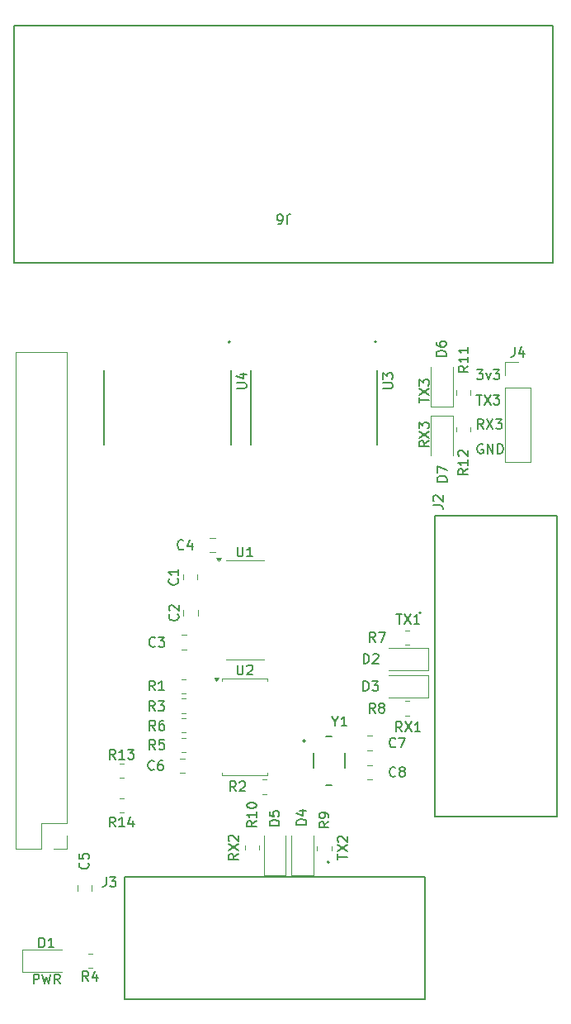
<source format=gbr>
%TF.GenerationSoftware,KiCad,Pcbnew,9.0.0*%
%TF.CreationDate,2025-04-07T11:56:22-06:00*%
%TF.ProjectId,Senior Capstone,53656e69-6f72-4204-9361-7073746f6e65,4*%
%TF.SameCoordinates,Original*%
%TF.FileFunction,Legend,Top*%
%TF.FilePolarity,Positive*%
%FSLAX46Y46*%
G04 Gerber Fmt 4.6, Leading zero omitted, Abs format (unit mm)*
G04 Created by KiCad (PCBNEW 9.0.0) date 2025-04-07 11:56:22*
%MOMM*%
%LPD*%
G01*
G04 APERTURE LIST*
%ADD10C,0.150000*%
%ADD11C,0.120000*%
%ADD12C,0.127000*%
%ADD13C,0.200000*%
%ADD14C,0.152400*%
G04 APERTURE END LIST*
D10*
X168053888Y-77597488D02*
X167958650Y-77549869D01*
X167958650Y-77549869D02*
X167815793Y-77549869D01*
X167815793Y-77549869D02*
X167672936Y-77597488D01*
X167672936Y-77597488D02*
X167577698Y-77692726D01*
X167577698Y-77692726D02*
X167530079Y-77787964D01*
X167530079Y-77787964D02*
X167482460Y-77978440D01*
X167482460Y-77978440D02*
X167482460Y-78121297D01*
X167482460Y-78121297D02*
X167530079Y-78311773D01*
X167530079Y-78311773D02*
X167577698Y-78407011D01*
X167577698Y-78407011D02*
X167672936Y-78502250D01*
X167672936Y-78502250D02*
X167815793Y-78549869D01*
X167815793Y-78549869D02*
X167911031Y-78549869D01*
X167911031Y-78549869D02*
X168053888Y-78502250D01*
X168053888Y-78502250D02*
X168101507Y-78454630D01*
X168101507Y-78454630D02*
X168101507Y-78121297D01*
X168101507Y-78121297D02*
X167911031Y-78121297D01*
X168530079Y-78549869D02*
X168530079Y-77549869D01*
X168530079Y-77549869D02*
X169101507Y-78549869D01*
X169101507Y-78549869D02*
X169101507Y-77549869D01*
X169577698Y-78549869D02*
X169577698Y-77549869D01*
X169577698Y-77549869D02*
X169815793Y-77549869D01*
X169815793Y-77549869D02*
X169958650Y-77597488D01*
X169958650Y-77597488D02*
X170053888Y-77692726D01*
X170053888Y-77692726D02*
X170101507Y-77787964D01*
X170101507Y-77787964D02*
X170149126Y-77978440D01*
X170149126Y-77978440D02*
X170149126Y-78121297D01*
X170149126Y-78121297D02*
X170101507Y-78311773D01*
X170101507Y-78311773D02*
X170053888Y-78407011D01*
X170053888Y-78407011D02*
X169958650Y-78502250D01*
X169958650Y-78502250D02*
X169815793Y-78549869D01*
X169815793Y-78549869D02*
X169577698Y-78549869D01*
X142949319Y-119567242D02*
X142473128Y-119900575D01*
X142949319Y-120138670D02*
X141949319Y-120138670D01*
X141949319Y-120138670D02*
X141949319Y-119757718D01*
X141949319Y-119757718D02*
X141996938Y-119662480D01*
X141996938Y-119662480D02*
X142044557Y-119614861D01*
X142044557Y-119614861D02*
X142139795Y-119567242D01*
X142139795Y-119567242D02*
X142282652Y-119567242D01*
X142282652Y-119567242D02*
X142377890Y-119614861D01*
X142377890Y-119614861D02*
X142425509Y-119662480D01*
X142425509Y-119662480D02*
X142473128Y-119757718D01*
X142473128Y-119757718D02*
X142473128Y-120138670D01*
X141949319Y-119233908D02*
X142949319Y-118567242D01*
X141949319Y-118567242D02*
X142949319Y-119233908D01*
X142044557Y-118233908D02*
X141996938Y-118186289D01*
X141996938Y-118186289D02*
X141949319Y-118091051D01*
X141949319Y-118091051D02*
X141949319Y-117852956D01*
X141949319Y-117852956D02*
X141996938Y-117757718D01*
X141996938Y-117757718D02*
X142044557Y-117710099D01*
X142044557Y-117710099D02*
X142139795Y-117662480D01*
X142139795Y-117662480D02*
X142235033Y-117662480D01*
X142235033Y-117662480D02*
X142377890Y-117710099D01*
X142377890Y-117710099D02*
X142949319Y-118281527D01*
X142949319Y-118281527D02*
X142949319Y-117662480D01*
X162507319Y-77250842D02*
X162031128Y-77584175D01*
X162507319Y-77822270D02*
X161507319Y-77822270D01*
X161507319Y-77822270D02*
X161507319Y-77441318D01*
X161507319Y-77441318D02*
X161554938Y-77346080D01*
X161554938Y-77346080D02*
X161602557Y-77298461D01*
X161602557Y-77298461D02*
X161697795Y-77250842D01*
X161697795Y-77250842D02*
X161840652Y-77250842D01*
X161840652Y-77250842D02*
X161935890Y-77298461D01*
X161935890Y-77298461D02*
X161983509Y-77346080D01*
X161983509Y-77346080D02*
X162031128Y-77441318D01*
X162031128Y-77441318D02*
X162031128Y-77822270D01*
X161507319Y-76917508D02*
X162507319Y-76250842D01*
X161507319Y-76250842D02*
X162507319Y-76917508D01*
X161507319Y-75965127D02*
X161507319Y-75346080D01*
X161507319Y-75346080D02*
X161888271Y-75679413D01*
X161888271Y-75679413D02*
X161888271Y-75536556D01*
X161888271Y-75536556D02*
X161935890Y-75441318D01*
X161935890Y-75441318D02*
X161983509Y-75393699D01*
X161983509Y-75393699D02*
X162078747Y-75346080D01*
X162078747Y-75346080D02*
X162316842Y-75346080D01*
X162316842Y-75346080D02*
X162412080Y-75393699D01*
X162412080Y-75393699D02*
X162459700Y-75441318D01*
X162459700Y-75441318D02*
X162507319Y-75536556D01*
X162507319Y-75536556D02*
X162507319Y-75822270D01*
X162507319Y-75822270D02*
X162459700Y-75917508D01*
X162459700Y-75917508D02*
X162412080Y-75965127D01*
X153150719Y-120129127D02*
X153150719Y-119557699D01*
X154150719Y-119843413D02*
X153150719Y-119843413D01*
X153150719Y-119319603D02*
X154150719Y-118652937D01*
X153150719Y-118652937D02*
X154150719Y-119319603D01*
X153245957Y-118319603D02*
X153198338Y-118271984D01*
X153198338Y-118271984D02*
X153150719Y-118176746D01*
X153150719Y-118176746D02*
X153150719Y-117938651D01*
X153150719Y-117938651D02*
X153198338Y-117843413D01*
X153198338Y-117843413D02*
X153245957Y-117795794D01*
X153245957Y-117795794D02*
X153341195Y-117748175D01*
X153341195Y-117748175D02*
X153436433Y-117748175D01*
X153436433Y-117748175D02*
X153579290Y-117795794D01*
X153579290Y-117795794D02*
X154150719Y-118367222D01*
X154150719Y-118367222D02*
X154150719Y-117748175D01*
X159735707Y-107035669D02*
X159402374Y-106559478D01*
X159164279Y-107035669D02*
X159164279Y-106035669D01*
X159164279Y-106035669D02*
X159545231Y-106035669D01*
X159545231Y-106035669D02*
X159640469Y-106083288D01*
X159640469Y-106083288D02*
X159688088Y-106130907D01*
X159688088Y-106130907D02*
X159735707Y-106226145D01*
X159735707Y-106226145D02*
X159735707Y-106369002D01*
X159735707Y-106369002D02*
X159688088Y-106464240D01*
X159688088Y-106464240D02*
X159640469Y-106511859D01*
X159640469Y-106511859D02*
X159545231Y-106559478D01*
X159545231Y-106559478D02*
X159164279Y-106559478D01*
X160069041Y-106035669D02*
X160735707Y-107035669D01*
X160735707Y-106035669D02*
X160069041Y-107035669D01*
X161640469Y-107035669D02*
X161069041Y-107035669D01*
X161354755Y-107035669D02*
X161354755Y-106035669D01*
X161354755Y-106035669D02*
X161259517Y-106178526D01*
X161259517Y-106178526D02*
X161164279Y-106273764D01*
X161164279Y-106273764D02*
X161069041Y-106321383D01*
X167434841Y-69929869D02*
X168053888Y-69929869D01*
X168053888Y-69929869D02*
X167720555Y-70310821D01*
X167720555Y-70310821D02*
X167863412Y-70310821D01*
X167863412Y-70310821D02*
X167958650Y-70358440D01*
X167958650Y-70358440D02*
X168006269Y-70406059D01*
X168006269Y-70406059D02*
X168053888Y-70501297D01*
X168053888Y-70501297D02*
X168053888Y-70739392D01*
X168053888Y-70739392D02*
X168006269Y-70834630D01*
X168006269Y-70834630D02*
X167958650Y-70882250D01*
X167958650Y-70882250D02*
X167863412Y-70929869D01*
X167863412Y-70929869D02*
X167577698Y-70929869D01*
X167577698Y-70929869D02*
X167482460Y-70882250D01*
X167482460Y-70882250D02*
X167434841Y-70834630D01*
X168387222Y-70263202D02*
X168625317Y-70929869D01*
X168625317Y-70929869D02*
X168863412Y-70263202D01*
X169149127Y-69929869D02*
X169768174Y-69929869D01*
X169768174Y-69929869D02*
X169434841Y-70310821D01*
X169434841Y-70310821D02*
X169577698Y-70310821D01*
X169577698Y-70310821D02*
X169672936Y-70358440D01*
X169672936Y-70358440D02*
X169720555Y-70406059D01*
X169720555Y-70406059D02*
X169768174Y-70501297D01*
X169768174Y-70501297D02*
X169768174Y-70739392D01*
X169768174Y-70739392D02*
X169720555Y-70834630D01*
X169720555Y-70834630D02*
X169672936Y-70882250D01*
X169672936Y-70882250D02*
X169577698Y-70929869D01*
X169577698Y-70929869D02*
X169291984Y-70929869D01*
X169291984Y-70929869D02*
X169196746Y-70882250D01*
X169196746Y-70882250D02*
X169149127Y-70834630D01*
X168101507Y-76009869D02*
X167768174Y-75533678D01*
X167530079Y-76009869D02*
X167530079Y-75009869D01*
X167530079Y-75009869D02*
X167911031Y-75009869D01*
X167911031Y-75009869D02*
X168006269Y-75057488D01*
X168006269Y-75057488D02*
X168053888Y-75105107D01*
X168053888Y-75105107D02*
X168101507Y-75200345D01*
X168101507Y-75200345D02*
X168101507Y-75343202D01*
X168101507Y-75343202D02*
X168053888Y-75438440D01*
X168053888Y-75438440D02*
X168006269Y-75486059D01*
X168006269Y-75486059D02*
X167911031Y-75533678D01*
X167911031Y-75533678D02*
X167530079Y-75533678D01*
X168434841Y-75009869D02*
X169101507Y-76009869D01*
X169101507Y-75009869D02*
X168434841Y-76009869D01*
X169387222Y-75009869D02*
X170006269Y-75009869D01*
X170006269Y-75009869D02*
X169672936Y-75390821D01*
X169672936Y-75390821D02*
X169815793Y-75390821D01*
X169815793Y-75390821D02*
X169911031Y-75438440D01*
X169911031Y-75438440D02*
X169958650Y-75486059D01*
X169958650Y-75486059D02*
X170006269Y-75581297D01*
X170006269Y-75581297D02*
X170006269Y-75819392D01*
X170006269Y-75819392D02*
X169958650Y-75914630D01*
X169958650Y-75914630D02*
X169911031Y-75962250D01*
X169911031Y-75962250D02*
X169815793Y-76009869D01*
X169815793Y-76009869D02*
X169530079Y-76009869D01*
X169530079Y-76009869D02*
X169434841Y-75962250D01*
X169434841Y-75962250D02*
X169387222Y-75914630D01*
X167387222Y-72536325D02*
X167958650Y-72536325D01*
X167672936Y-73536325D02*
X167672936Y-72536325D01*
X168196746Y-72536325D02*
X168863412Y-73536325D01*
X168863412Y-72536325D02*
X168196746Y-73536325D01*
X169149127Y-72536325D02*
X169768174Y-72536325D01*
X169768174Y-72536325D02*
X169434841Y-72917277D01*
X169434841Y-72917277D02*
X169577698Y-72917277D01*
X169577698Y-72917277D02*
X169672936Y-72964896D01*
X169672936Y-72964896D02*
X169720555Y-73012515D01*
X169720555Y-73012515D02*
X169768174Y-73107753D01*
X169768174Y-73107753D02*
X169768174Y-73345848D01*
X169768174Y-73345848D02*
X169720555Y-73441086D01*
X169720555Y-73441086D02*
X169672936Y-73488706D01*
X169672936Y-73488706D02*
X169577698Y-73536325D01*
X169577698Y-73536325D02*
X169291984Y-73536325D01*
X169291984Y-73536325D02*
X169196746Y-73488706D01*
X169196746Y-73488706D02*
X169149127Y-73441086D01*
X159173822Y-94986669D02*
X159745250Y-94986669D01*
X159459536Y-95986669D02*
X159459536Y-94986669D01*
X159983346Y-94986669D02*
X160650012Y-95986669D01*
X160650012Y-94986669D02*
X159983346Y-95986669D01*
X161554774Y-95986669D02*
X160983346Y-95986669D01*
X161269060Y-95986669D02*
X161269060Y-94986669D01*
X161269060Y-94986669D02*
X161173822Y-95129526D01*
X161173822Y-95129526D02*
X161078584Y-95224764D01*
X161078584Y-95224764D02*
X160983346Y-95272383D01*
X161532719Y-73342327D02*
X161532719Y-72770899D01*
X162532719Y-73056613D02*
X161532719Y-73056613D01*
X161532719Y-72532803D02*
X162532719Y-71866137D01*
X161532719Y-71866137D02*
X162532719Y-72532803D01*
X161532719Y-71580422D02*
X161532719Y-70961375D01*
X161532719Y-70961375D02*
X161913671Y-71294708D01*
X161913671Y-71294708D02*
X161913671Y-71151851D01*
X161913671Y-71151851D02*
X161961290Y-71056613D01*
X161961290Y-71056613D02*
X162008909Y-71008994D01*
X162008909Y-71008994D02*
X162104147Y-70961375D01*
X162104147Y-70961375D02*
X162342242Y-70961375D01*
X162342242Y-70961375D02*
X162437480Y-71008994D01*
X162437480Y-71008994D02*
X162485100Y-71056613D01*
X162485100Y-71056613D02*
X162532719Y-71151851D01*
X162532719Y-71151851D02*
X162532719Y-71437565D01*
X162532719Y-71437565D02*
X162485100Y-71532803D01*
X162485100Y-71532803D02*
X162437480Y-71580422D01*
X121951979Y-132864219D02*
X121951979Y-131864219D01*
X121951979Y-131864219D02*
X122332931Y-131864219D01*
X122332931Y-131864219D02*
X122428169Y-131911838D01*
X122428169Y-131911838D02*
X122475788Y-131959457D01*
X122475788Y-131959457D02*
X122523407Y-132054695D01*
X122523407Y-132054695D02*
X122523407Y-132197552D01*
X122523407Y-132197552D02*
X122475788Y-132292790D01*
X122475788Y-132292790D02*
X122428169Y-132340409D01*
X122428169Y-132340409D02*
X122332931Y-132388028D01*
X122332931Y-132388028D02*
X121951979Y-132388028D01*
X122856741Y-131864219D02*
X123094836Y-132864219D01*
X123094836Y-132864219D02*
X123285312Y-132149933D01*
X123285312Y-132149933D02*
X123475788Y-132864219D01*
X123475788Y-132864219D02*
X123713884Y-131864219D01*
X124666264Y-132864219D02*
X124332931Y-132388028D01*
X124094836Y-132864219D02*
X124094836Y-131864219D01*
X124094836Y-131864219D02*
X124475788Y-131864219D01*
X124475788Y-131864219D02*
X124571026Y-131911838D01*
X124571026Y-131911838D02*
X124618645Y-131959457D01*
X124618645Y-131959457D02*
X124666264Y-132054695D01*
X124666264Y-132054695D02*
X124666264Y-132197552D01*
X124666264Y-132197552D02*
X124618645Y-132292790D01*
X124618645Y-132292790D02*
X124571026Y-132340409D01*
X124571026Y-132340409D02*
X124475788Y-132388028D01*
X124475788Y-132388028D02*
X124094836Y-132388028D01*
X134321633Y-110884630D02*
X134274014Y-110932250D01*
X134274014Y-110932250D02*
X134131157Y-110979869D01*
X134131157Y-110979869D02*
X134035919Y-110979869D01*
X134035919Y-110979869D02*
X133893062Y-110932250D01*
X133893062Y-110932250D02*
X133797824Y-110837011D01*
X133797824Y-110837011D02*
X133750205Y-110741773D01*
X133750205Y-110741773D02*
X133702586Y-110551297D01*
X133702586Y-110551297D02*
X133702586Y-110408440D01*
X133702586Y-110408440D02*
X133750205Y-110217964D01*
X133750205Y-110217964D02*
X133797824Y-110122726D01*
X133797824Y-110122726D02*
X133893062Y-110027488D01*
X133893062Y-110027488D02*
X134035919Y-109979869D01*
X134035919Y-109979869D02*
X134131157Y-109979869D01*
X134131157Y-109979869D02*
X134274014Y-110027488D01*
X134274014Y-110027488D02*
X134321633Y-110075107D01*
X135178776Y-109979869D02*
X134988300Y-109979869D01*
X134988300Y-109979869D02*
X134893062Y-110027488D01*
X134893062Y-110027488D02*
X134845443Y-110075107D01*
X134845443Y-110075107D02*
X134750205Y-110217964D01*
X134750205Y-110217964D02*
X134702586Y-110408440D01*
X134702586Y-110408440D02*
X134702586Y-110789392D01*
X134702586Y-110789392D02*
X134750205Y-110884630D01*
X134750205Y-110884630D02*
X134797824Y-110932250D01*
X134797824Y-110932250D02*
X134893062Y-110979869D01*
X134893062Y-110979869D02*
X135083538Y-110979869D01*
X135083538Y-110979869D02*
X135178776Y-110932250D01*
X135178776Y-110932250D02*
X135226395Y-110884630D01*
X135226395Y-110884630D02*
X135274014Y-110789392D01*
X135274014Y-110789392D02*
X135274014Y-110551297D01*
X135274014Y-110551297D02*
X135226395Y-110456059D01*
X135226395Y-110456059D02*
X135178776Y-110408440D01*
X135178776Y-110408440D02*
X135083538Y-110360821D01*
X135083538Y-110360821D02*
X134893062Y-110360821D01*
X134893062Y-110360821D02*
X134797824Y-110408440D01*
X134797824Y-110408440D02*
X134750205Y-110456059D01*
X134750205Y-110456059D02*
X134702586Y-110551297D01*
X134446633Y-108854869D02*
X134113300Y-108378678D01*
X133875205Y-108854869D02*
X133875205Y-107854869D01*
X133875205Y-107854869D02*
X134256157Y-107854869D01*
X134256157Y-107854869D02*
X134351395Y-107902488D01*
X134351395Y-107902488D02*
X134399014Y-107950107D01*
X134399014Y-107950107D02*
X134446633Y-108045345D01*
X134446633Y-108045345D02*
X134446633Y-108188202D01*
X134446633Y-108188202D02*
X134399014Y-108283440D01*
X134399014Y-108283440D02*
X134351395Y-108331059D01*
X134351395Y-108331059D02*
X134256157Y-108378678D01*
X134256157Y-108378678D02*
X133875205Y-108378678D01*
X135351395Y-107854869D02*
X134875205Y-107854869D01*
X134875205Y-107854869D02*
X134827586Y-108331059D01*
X134827586Y-108331059D02*
X134875205Y-108283440D01*
X134875205Y-108283440D02*
X134970443Y-108235821D01*
X134970443Y-108235821D02*
X135208538Y-108235821D01*
X135208538Y-108235821D02*
X135303776Y-108283440D01*
X135303776Y-108283440D02*
X135351395Y-108331059D01*
X135351395Y-108331059D02*
X135399014Y-108426297D01*
X135399014Y-108426297D02*
X135399014Y-108664392D01*
X135399014Y-108664392D02*
X135351395Y-108759630D01*
X135351395Y-108759630D02*
X135303776Y-108807250D01*
X135303776Y-108807250D02*
X135208538Y-108854869D01*
X135208538Y-108854869D02*
X134970443Y-108854869D01*
X134970443Y-108854869D02*
X134875205Y-108807250D01*
X134875205Y-108807250D02*
X134827586Y-108759630D01*
X142721633Y-113129869D02*
X142388300Y-112653678D01*
X142150205Y-113129869D02*
X142150205Y-112129869D01*
X142150205Y-112129869D02*
X142531157Y-112129869D01*
X142531157Y-112129869D02*
X142626395Y-112177488D01*
X142626395Y-112177488D02*
X142674014Y-112225107D01*
X142674014Y-112225107D02*
X142721633Y-112320345D01*
X142721633Y-112320345D02*
X142721633Y-112463202D01*
X142721633Y-112463202D02*
X142674014Y-112558440D01*
X142674014Y-112558440D02*
X142626395Y-112606059D01*
X142626395Y-112606059D02*
X142531157Y-112653678D01*
X142531157Y-112653678D02*
X142150205Y-112653678D01*
X143102586Y-112225107D02*
X143150205Y-112177488D01*
X143150205Y-112177488D02*
X143245443Y-112129869D01*
X143245443Y-112129869D02*
X143483538Y-112129869D01*
X143483538Y-112129869D02*
X143578776Y-112177488D01*
X143578776Y-112177488D02*
X143626395Y-112225107D01*
X143626395Y-112225107D02*
X143674014Y-112320345D01*
X143674014Y-112320345D02*
X143674014Y-112415583D01*
X143674014Y-112415583D02*
X143626395Y-112558440D01*
X143626395Y-112558440D02*
X143054967Y-113129869D01*
X143054967Y-113129869D02*
X143674014Y-113129869D01*
X136729880Y-91371116D02*
X136777500Y-91418735D01*
X136777500Y-91418735D02*
X136825119Y-91561592D01*
X136825119Y-91561592D02*
X136825119Y-91656830D01*
X136825119Y-91656830D02*
X136777500Y-91799687D01*
X136777500Y-91799687D02*
X136682261Y-91894925D01*
X136682261Y-91894925D02*
X136587023Y-91942544D01*
X136587023Y-91942544D02*
X136396547Y-91990163D01*
X136396547Y-91990163D02*
X136253690Y-91990163D01*
X136253690Y-91990163D02*
X136063214Y-91942544D01*
X136063214Y-91942544D02*
X135967976Y-91894925D01*
X135967976Y-91894925D02*
X135872738Y-91799687D01*
X135872738Y-91799687D02*
X135825119Y-91656830D01*
X135825119Y-91656830D02*
X135825119Y-91561592D01*
X135825119Y-91561592D02*
X135872738Y-91418735D01*
X135872738Y-91418735D02*
X135920357Y-91371116D01*
X136825119Y-90418735D02*
X136825119Y-90990163D01*
X136825119Y-90704449D02*
X135825119Y-90704449D01*
X135825119Y-90704449D02*
X135967976Y-90799687D01*
X135967976Y-90799687D02*
X136063214Y-90894925D01*
X136063214Y-90894925D02*
X136110833Y-90990163D01*
X134396633Y-104904869D02*
X134063300Y-104428678D01*
X133825205Y-104904869D02*
X133825205Y-103904869D01*
X133825205Y-103904869D02*
X134206157Y-103904869D01*
X134206157Y-103904869D02*
X134301395Y-103952488D01*
X134301395Y-103952488D02*
X134349014Y-104000107D01*
X134349014Y-104000107D02*
X134396633Y-104095345D01*
X134396633Y-104095345D02*
X134396633Y-104238202D01*
X134396633Y-104238202D02*
X134349014Y-104333440D01*
X134349014Y-104333440D02*
X134301395Y-104381059D01*
X134301395Y-104381059D02*
X134206157Y-104428678D01*
X134206157Y-104428678D02*
X133825205Y-104428678D01*
X134729967Y-103904869D02*
X135349014Y-103904869D01*
X135349014Y-103904869D02*
X135015681Y-104285821D01*
X135015681Y-104285821D02*
X135158538Y-104285821D01*
X135158538Y-104285821D02*
X135253776Y-104333440D01*
X135253776Y-104333440D02*
X135301395Y-104381059D01*
X135301395Y-104381059D02*
X135349014Y-104476297D01*
X135349014Y-104476297D02*
X135349014Y-104714392D01*
X135349014Y-104714392D02*
X135301395Y-104809630D01*
X135301395Y-104809630D02*
X135253776Y-104857250D01*
X135253776Y-104857250D02*
X135158538Y-104904869D01*
X135158538Y-104904869D02*
X134872824Y-104904869D01*
X134872824Y-104904869D02*
X134777586Y-104857250D01*
X134777586Y-104857250D02*
X134729967Y-104809630D01*
X122529405Y-129143269D02*
X122529405Y-128143269D01*
X122529405Y-128143269D02*
X122767500Y-128143269D01*
X122767500Y-128143269D02*
X122910357Y-128190888D01*
X122910357Y-128190888D02*
X123005595Y-128286126D01*
X123005595Y-128286126D02*
X123053214Y-128381364D01*
X123053214Y-128381364D02*
X123100833Y-128571840D01*
X123100833Y-128571840D02*
X123100833Y-128714697D01*
X123100833Y-128714697D02*
X123053214Y-128905173D01*
X123053214Y-128905173D02*
X123005595Y-129000411D01*
X123005595Y-129000411D02*
X122910357Y-129095650D01*
X122910357Y-129095650D02*
X122767500Y-129143269D01*
X122767500Y-129143269D02*
X122529405Y-129143269D01*
X124053214Y-129143269D02*
X123481786Y-129143269D01*
X123767500Y-129143269D02*
X123767500Y-128143269D01*
X123767500Y-128143269D02*
X123672262Y-128286126D01*
X123672262Y-128286126D02*
X123577024Y-128381364D01*
X123577024Y-128381364D02*
X123481786Y-128428983D01*
X142863895Y-100204869D02*
X142863895Y-101014392D01*
X142863895Y-101014392D02*
X142911514Y-101109630D01*
X142911514Y-101109630D02*
X142959133Y-101157250D01*
X142959133Y-101157250D02*
X143054371Y-101204869D01*
X143054371Y-101204869D02*
X143244847Y-101204869D01*
X143244847Y-101204869D02*
X143340085Y-101157250D01*
X143340085Y-101157250D02*
X143387704Y-101109630D01*
X143387704Y-101109630D02*
X143435323Y-101014392D01*
X143435323Y-101014392D02*
X143435323Y-100204869D01*
X143863895Y-100300107D02*
X143911514Y-100252488D01*
X143911514Y-100252488D02*
X144006752Y-100204869D01*
X144006752Y-100204869D02*
X144244847Y-100204869D01*
X144244847Y-100204869D02*
X144340085Y-100252488D01*
X144340085Y-100252488D02*
X144387704Y-100300107D01*
X144387704Y-100300107D02*
X144435323Y-100395345D01*
X144435323Y-100395345D02*
X144435323Y-100490583D01*
X144435323Y-100490583D02*
X144387704Y-100633440D01*
X144387704Y-100633440D02*
X143816276Y-101204869D01*
X143816276Y-101204869D02*
X144435323Y-101204869D01*
X137344233Y-88297630D02*
X137296614Y-88345250D01*
X137296614Y-88345250D02*
X137153757Y-88392869D01*
X137153757Y-88392869D02*
X137058519Y-88392869D01*
X137058519Y-88392869D02*
X136915662Y-88345250D01*
X136915662Y-88345250D02*
X136820424Y-88250011D01*
X136820424Y-88250011D02*
X136772805Y-88154773D01*
X136772805Y-88154773D02*
X136725186Y-87964297D01*
X136725186Y-87964297D02*
X136725186Y-87821440D01*
X136725186Y-87821440D02*
X136772805Y-87630964D01*
X136772805Y-87630964D02*
X136820424Y-87535726D01*
X136820424Y-87535726D02*
X136915662Y-87440488D01*
X136915662Y-87440488D02*
X137058519Y-87392869D01*
X137058519Y-87392869D02*
X137153757Y-87392869D01*
X137153757Y-87392869D02*
X137296614Y-87440488D01*
X137296614Y-87440488D02*
X137344233Y-87488107D01*
X138201376Y-87726202D02*
X138201376Y-88392869D01*
X137963281Y-87345250D02*
X137725186Y-88059535D01*
X137725186Y-88059535D02*
X138344233Y-88059535D01*
X134435333Y-98254030D02*
X134387714Y-98301650D01*
X134387714Y-98301650D02*
X134244857Y-98349269D01*
X134244857Y-98349269D02*
X134149619Y-98349269D01*
X134149619Y-98349269D02*
X134006762Y-98301650D01*
X134006762Y-98301650D02*
X133911524Y-98206411D01*
X133911524Y-98206411D02*
X133863905Y-98111173D01*
X133863905Y-98111173D02*
X133816286Y-97920697D01*
X133816286Y-97920697D02*
X133816286Y-97777840D01*
X133816286Y-97777840D02*
X133863905Y-97587364D01*
X133863905Y-97587364D02*
X133911524Y-97492126D01*
X133911524Y-97492126D02*
X134006762Y-97396888D01*
X134006762Y-97396888D02*
X134149619Y-97349269D01*
X134149619Y-97349269D02*
X134244857Y-97349269D01*
X134244857Y-97349269D02*
X134387714Y-97396888D01*
X134387714Y-97396888D02*
X134435333Y-97444507D01*
X134768667Y-97349269D02*
X135387714Y-97349269D01*
X135387714Y-97349269D02*
X135054381Y-97730221D01*
X135054381Y-97730221D02*
X135197238Y-97730221D01*
X135197238Y-97730221D02*
X135292476Y-97777840D01*
X135292476Y-97777840D02*
X135340095Y-97825459D01*
X135340095Y-97825459D02*
X135387714Y-97920697D01*
X135387714Y-97920697D02*
X135387714Y-98158792D01*
X135387714Y-98158792D02*
X135340095Y-98254030D01*
X135340095Y-98254030D02*
X135292476Y-98301650D01*
X135292476Y-98301650D02*
X135197238Y-98349269D01*
X135197238Y-98349269D02*
X134911524Y-98349269D01*
X134911524Y-98349269D02*
X134816286Y-98301650D01*
X134816286Y-98301650D02*
X134768667Y-98254030D01*
X155796205Y-102854869D02*
X155796205Y-101854869D01*
X155796205Y-101854869D02*
X156034300Y-101854869D01*
X156034300Y-101854869D02*
X156177157Y-101902488D01*
X156177157Y-101902488D02*
X156272395Y-101997726D01*
X156272395Y-101997726D02*
X156320014Y-102092964D01*
X156320014Y-102092964D02*
X156367633Y-102283440D01*
X156367633Y-102283440D02*
X156367633Y-102426297D01*
X156367633Y-102426297D02*
X156320014Y-102616773D01*
X156320014Y-102616773D02*
X156272395Y-102712011D01*
X156272395Y-102712011D02*
X156177157Y-102807250D01*
X156177157Y-102807250D02*
X156034300Y-102854869D01*
X156034300Y-102854869D02*
X155796205Y-102854869D01*
X156700967Y-101854869D02*
X157320014Y-101854869D01*
X157320014Y-101854869D02*
X156986681Y-102235821D01*
X156986681Y-102235821D02*
X157129538Y-102235821D01*
X157129538Y-102235821D02*
X157224776Y-102283440D01*
X157224776Y-102283440D02*
X157272395Y-102331059D01*
X157272395Y-102331059D02*
X157320014Y-102426297D01*
X157320014Y-102426297D02*
X157320014Y-102664392D01*
X157320014Y-102664392D02*
X157272395Y-102759630D01*
X157272395Y-102759630D02*
X157224776Y-102807250D01*
X157224776Y-102807250D02*
X157129538Y-102854869D01*
X157129538Y-102854869D02*
X156843824Y-102854869D01*
X156843824Y-102854869D02*
X156748586Y-102807250D01*
X156748586Y-102807250D02*
X156700967Y-102759630D01*
X162954119Y-83835383D02*
X163668404Y-83835383D01*
X163668404Y-83835383D02*
X163811261Y-83883002D01*
X163811261Y-83883002D02*
X163906500Y-83978240D01*
X163906500Y-83978240D02*
X163954119Y-84121097D01*
X163954119Y-84121097D02*
X163954119Y-84216335D01*
X163049357Y-83406811D02*
X163001738Y-83359192D01*
X163001738Y-83359192D02*
X162954119Y-83263954D01*
X162954119Y-83263954D02*
X162954119Y-83025859D01*
X162954119Y-83025859D02*
X163001738Y-82930621D01*
X163001738Y-82930621D02*
X163049357Y-82883002D01*
X163049357Y-82883002D02*
X163144595Y-82835383D01*
X163144595Y-82835383D02*
X163239833Y-82835383D01*
X163239833Y-82835383D02*
X163382690Y-82883002D01*
X163382690Y-82883002D02*
X163954119Y-83454430D01*
X163954119Y-83454430D02*
X163954119Y-82835383D01*
X171329966Y-67624869D02*
X171329966Y-68339154D01*
X171329966Y-68339154D02*
X171282347Y-68482011D01*
X171282347Y-68482011D02*
X171187109Y-68577250D01*
X171187109Y-68577250D02*
X171044252Y-68624869D01*
X171044252Y-68624869D02*
X170949014Y-68624869D01*
X172234728Y-67958202D02*
X172234728Y-68624869D01*
X171996633Y-67577250D02*
X171758538Y-68291535D01*
X171758538Y-68291535D02*
X172377585Y-68291535D01*
X130344942Y-116786819D02*
X130011609Y-116310628D01*
X129773514Y-116786819D02*
X129773514Y-115786819D01*
X129773514Y-115786819D02*
X130154466Y-115786819D01*
X130154466Y-115786819D02*
X130249704Y-115834438D01*
X130249704Y-115834438D02*
X130297323Y-115882057D01*
X130297323Y-115882057D02*
X130344942Y-115977295D01*
X130344942Y-115977295D02*
X130344942Y-116120152D01*
X130344942Y-116120152D02*
X130297323Y-116215390D01*
X130297323Y-116215390D02*
X130249704Y-116263009D01*
X130249704Y-116263009D02*
X130154466Y-116310628D01*
X130154466Y-116310628D02*
X129773514Y-116310628D01*
X131297323Y-116786819D02*
X130725895Y-116786819D01*
X131011609Y-116786819D02*
X131011609Y-115786819D01*
X131011609Y-115786819D02*
X130916371Y-115929676D01*
X130916371Y-115929676D02*
X130821133Y-116024914D01*
X130821133Y-116024914D02*
X130725895Y-116072533D01*
X132154466Y-116120152D02*
X132154466Y-116786819D01*
X131916371Y-115739200D02*
X131678276Y-116453485D01*
X131678276Y-116453485D02*
X132297323Y-116453485D01*
X155821605Y-100054869D02*
X155821605Y-99054869D01*
X155821605Y-99054869D02*
X156059700Y-99054869D01*
X156059700Y-99054869D02*
X156202557Y-99102488D01*
X156202557Y-99102488D02*
X156297795Y-99197726D01*
X156297795Y-99197726D02*
X156345414Y-99292964D01*
X156345414Y-99292964D02*
X156393033Y-99483440D01*
X156393033Y-99483440D02*
X156393033Y-99626297D01*
X156393033Y-99626297D02*
X156345414Y-99816773D01*
X156345414Y-99816773D02*
X156297795Y-99912011D01*
X156297795Y-99912011D02*
X156202557Y-100007250D01*
X156202557Y-100007250D02*
X156059700Y-100054869D01*
X156059700Y-100054869D02*
X155821605Y-100054869D01*
X156773986Y-99150107D02*
X156821605Y-99102488D01*
X156821605Y-99102488D02*
X156916843Y-99054869D01*
X156916843Y-99054869D02*
X157154938Y-99054869D01*
X157154938Y-99054869D02*
X157250176Y-99102488D01*
X157250176Y-99102488D02*
X157297795Y-99150107D01*
X157297795Y-99150107D02*
X157345414Y-99245345D01*
X157345414Y-99245345D02*
X157345414Y-99340583D01*
X157345414Y-99340583D02*
X157297795Y-99483440D01*
X157297795Y-99483440D02*
X156726367Y-100054869D01*
X156726367Y-100054869D02*
X157345414Y-100054869D01*
X127592833Y-132587869D02*
X127259500Y-132111678D01*
X127021405Y-132587869D02*
X127021405Y-131587869D01*
X127021405Y-131587869D02*
X127402357Y-131587869D01*
X127402357Y-131587869D02*
X127497595Y-131635488D01*
X127497595Y-131635488D02*
X127545214Y-131683107D01*
X127545214Y-131683107D02*
X127592833Y-131778345D01*
X127592833Y-131778345D02*
X127592833Y-131921202D01*
X127592833Y-131921202D02*
X127545214Y-132016440D01*
X127545214Y-132016440D02*
X127497595Y-132064059D01*
X127497595Y-132064059D02*
X127402357Y-132111678D01*
X127402357Y-132111678D02*
X127021405Y-132111678D01*
X128449976Y-131921202D02*
X128449976Y-132587869D01*
X128211881Y-131540250D02*
X127973786Y-132254535D01*
X127973786Y-132254535D02*
X128592833Y-132254535D01*
X130357142Y-109853619D02*
X130023809Y-109377428D01*
X129785714Y-109853619D02*
X129785714Y-108853619D01*
X129785714Y-108853619D02*
X130166666Y-108853619D01*
X130166666Y-108853619D02*
X130261904Y-108901238D01*
X130261904Y-108901238D02*
X130309523Y-108948857D01*
X130309523Y-108948857D02*
X130357142Y-109044095D01*
X130357142Y-109044095D02*
X130357142Y-109186952D01*
X130357142Y-109186952D02*
X130309523Y-109282190D01*
X130309523Y-109282190D02*
X130261904Y-109329809D01*
X130261904Y-109329809D02*
X130166666Y-109377428D01*
X130166666Y-109377428D02*
X129785714Y-109377428D01*
X131309523Y-109853619D02*
X130738095Y-109853619D01*
X131023809Y-109853619D02*
X131023809Y-108853619D01*
X131023809Y-108853619D02*
X130928571Y-108996476D01*
X130928571Y-108996476D02*
X130833333Y-109091714D01*
X130833333Y-109091714D02*
X130738095Y-109139333D01*
X131642857Y-108853619D02*
X132261904Y-108853619D01*
X132261904Y-108853619D02*
X131928571Y-109234571D01*
X131928571Y-109234571D02*
X132071428Y-109234571D01*
X132071428Y-109234571D02*
X132166666Y-109282190D01*
X132166666Y-109282190D02*
X132214285Y-109329809D01*
X132214285Y-109329809D02*
X132261904Y-109425047D01*
X132261904Y-109425047D02*
X132261904Y-109663142D01*
X132261904Y-109663142D02*
X132214285Y-109758380D01*
X132214285Y-109758380D02*
X132166666Y-109806000D01*
X132166666Y-109806000D02*
X132071428Y-109853619D01*
X132071428Y-109853619D02*
X131785714Y-109853619D01*
X131785714Y-109853619D02*
X131690476Y-109806000D01*
X131690476Y-109806000D02*
X131642857Y-109758380D01*
X129395716Y-121930869D02*
X129395716Y-122645154D01*
X129395716Y-122645154D02*
X129348097Y-122788011D01*
X129348097Y-122788011D02*
X129252859Y-122883250D01*
X129252859Y-122883250D02*
X129110002Y-122930869D01*
X129110002Y-122930869D02*
X129014764Y-122930869D01*
X129776669Y-121930869D02*
X130395716Y-121930869D01*
X130395716Y-121930869D02*
X130062383Y-122311821D01*
X130062383Y-122311821D02*
X130205240Y-122311821D01*
X130205240Y-122311821D02*
X130300478Y-122359440D01*
X130300478Y-122359440D02*
X130348097Y-122407059D01*
X130348097Y-122407059D02*
X130395716Y-122502297D01*
X130395716Y-122502297D02*
X130395716Y-122740392D01*
X130395716Y-122740392D02*
X130348097Y-122835630D01*
X130348097Y-122835630D02*
X130300478Y-122883250D01*
X130300478Y-122883250D02*
X130205240Y-122930869D01*
X130205240Y-122930869D02*
X129919526Y-122930869D01*
X129919526Y-122930869D02*
X129824288Y-122883250D01*
X129824288Y-122883250D02*
X129776669Y-122835630D01*
X142863895Y-88104869D02*
X142863895Y-88914392D01*
X142863895Y-88914392D02*
X142911514Y-89009630D01*
X142911514Y-89009630D02*
X142959133Y-89057250D01*
X142959133Y-89057250D02*
X143054371Y-89104869D01*
X143054371Y-89104869D02*
X143244847Y-89104869D01*
X143244847Y-89104869D02*
X143340085Y-89057250D01*
X143340085Y-89057250D02*
X143387704Y-89009630D01*
X143387704Y-89009630D02*
X143435323Y-88914392D01*
X143435323Y-88914392D02*
X143435323Y-88104869D01*
X144435323Y-89104869D02*
X143863895Y-89104869D01*
X144149609Y-89104869D02*
X144149609Y-88104869D01*
X144149609Y-88104869D02*
X144054371Y-88247726D01*
X144054371Y-88247726D02*
X143959133Y-88342964D01*
X143959133Y-88342964D02*
X143863895Y-88390583D01*
X157803119Y-71876954D02*
X158612642Y-71876954D01*
X158612642Y-71876954D02*
X158707880Y-71829335D01*
X158707880Y-71829335D02*
X158755500Y-71781716D01*
X158755500Y-71781716D02*
X158803119Y-71686478D01*
X158803119Y-71686478D02*
X158803119Y-71496002D01*
X158803119Y-71496002D02*
X158755500Y-71400764D01*
X158755500Y-71400764D02*
X158707880Y-71353145D01*
X158707880Y-71353145D02*
X158612642Y-71305526D01*
X158612642Y-71305526D02*
X157803119Y-71305526D01*
X157803119Y-70924573D02*
X157803119Y-70305526D01*
X157803119Y-70305526D02*
X158184071Y-70638859D01*
X158184071Y-70638859D02*
X158184071Y-70496002D01*
X158184071Y-70496002D02*
X158231690Y-70400764D01*
X158231690Y-70400764D02*
X158279309Y-70353145D01*
X158279309Y-70353145D02*
X158374547Y-70305526D01*
X158374547Y-70305526D02*
X158612642Y-70305526D01*
X158612642Y-70305526D02*
X158707880Y-70353145D01*
X158707880Y-70353145D02*
X158755500Y-70400764D01*
X158755500Y-70400764D02*
X158803119Y-70496002D01*
X158803119Y-70496002D02*
X158803119Y-70781716D01*
X158803119Y-70781716D02*
X158755500Y-70876954D01*
X158755500Y-70876954D02*
X158707880Y-70924573D01*
X166519319Y-80120507D02*
X166043128Y-80453840D01*
X166519319Y-80691935D02*
X165519319Y-80691935D01*
X165519319Y-80691935D02*
X165519319Y-80310983D01*
X165519319Y-80310983D02*
X165566938Y-80215745D01*
X165566938Y-80215745D02*
X165614557Y-80168126D01*
X165614557Y-80168126D02*
X165709795Y-80120507D01*
X165709795Y-80120507D02*
X165852652Y-80120507D01*
X165852652Y-80120507D02*
X165947890Y-80168126D01*
X165947890Y-80168126D02*
X165995509Y-80215745D01*
X165995509Y-80215745D02*
X166043128Y-80310983D01*
X166043128Y-80310983D02*
X166043128Y-80691935D01*
X166519319Y-79168126D02*
X166519319Y-79739554D01*
X166519319Y-79453840D02*
X165519319Y-79453840D01*
X165519319Y-79453840D02*
X165662176Y-79549078D01*
X165662176Y-79549078D02*
X165757414Y-79644316D01*
X165757414Y-79644316D02*
X165805033Y-79739554D01*
X165614557Y-78787173D02*
X165566938Y-78739554D01*
X165566938Y-78739554D02*
X165519319Y-78644316D01*
X165519319Y-78644316D02*
X165519319Y-78406221D01*
X165519319Y-78406221D02*
X165566938Y-78310983D01*
X165566938Y-78310983D02*
X165614557Y-78263364D01*
X165614557Y-78263364D02*
X165709795Y-78215745D01*
X165709795Y-78215745D02*
X165805033Y-78215745D01*
X165805033Y-78215745D02*
X165947890Y-78263364D01*
X165947890Y-78263364D02*
X166519319Y-78834792D01*
X166519319Y-78834792D02*
X166519319Y-78215745D01*
X142803119Y-71876954D02*
X143612642Y-71876954D01*
X143612642Y-71876954D02*
X143707880Y-71829335D01*
X143707880Y-71829335D02*
X143755500Y-71781716D01*
X143755500Y-71781716D02*
X143803119Y-71686478D01*
X143803119Y-71686478D02*
X143803119Y-71496002D01*
X143803119Y-71496002D02*
X143755500Y-71400764D01*
X143755500Y-71400764D02*
X143707880Y-71353145D01*
X143707880Y-71353145D02*
X143612642Y-71305526D01*
X143612642Y-71305526D02*
X142803119Y-71305526D01*
X143136452Y-70400764D02*
X143803119Y-70400764D01*
X142755500Y-70638859D02*
X143469785Y-70876954D01*
X143469785Y-70876954D02*
X143469785Y-70257907D01*
X134446633Y-106904869D02*
X134113300Y-106428678D01*
X133875205Y-106904869D02*
X133875205Y-105904869D01*
X133875205Y-105904869D02*
X134256157Y-105904869D01*
X134256157Y-105904869D02*
X134351395Y-105952488D01*
X134351395Y-105952488D02*
X134399014Y-106000107D01*
X134399014Y-106000107D02*
X134446633Y-106095345D01*
X134446633Y-106095345D02*
X134446633Y-106238202D01*
X134446633Y-106238202D02*
X134399014Y-106333440D01*
X134399014Y-106333440D02*
X134351395Y-106381059D01*
X134351395Y-106381059D02*
X134256157Y-106428678D01*
X134256157Y-106428678D02*
X133875205Y-106428678D01*
X135303776Y-105904869D02*
X135113300Y-105904869D01*
X135113300Y-105904869D02*
X135018062Y-105952488D01*
X135018062Y-105952488D02*
X134970443Y-106000107D01*
X134970443Y-106000107D02*
X134875205Y-106142964D01*
X134875205Y-106142964D02*
X134827586Y-106333440D01*
X134827586Y-106333440D02*
X134827586Y-106714392D01*
X134827586Y-106714392D02*
X134875205Y-106809630D01*
X134875205Y-106809630D02*
X134922824Y-106857250D01*
X134922824Y-106857250D02*
X135018062Y-106904869D01*
X135018062Y-106904869D02*
X135208538Y-106904869D01*
X135208538Y-106904869D02*
X135303776Y-106857250D01*
X135303776Y-106857250D02*
X135351395Y-106809630D01*
X135351395Y-106809630D02*
X135399014Y-106714392D01*
X135399014Y-106714392D02*
X135399014Y-106476297D01*
X135399014Y-106476297D02*
X135351395Y-106381059D01*
X135351395Y-106381059D02*
X135303776Y-106333440D01*
X135303776Y-106333440D02*
X135208538Y-106285821D01*
X135208538Y-106285821D02*
X135018062Y-106285821D01*
X135018062Y-106285821D02*
X134922824Y-106333440D01*
X134922824Y-106333440D02*
X134875205Y-106381059D01*
X134875205Y-106381059D02*
X134827586Y-106476297D01*
X164286119Y-68559344D02*
X163286119Y-68559344D01*
X163286119Y-68559344D02*
X163286119Y-68321249D01*
X163286119Y-68321249D02*
X163333738Y-68178392D01*
X163333738Y-68178392D02*
X163428976Y-68083154D01*
X163428976Y-68083154D02*
X163524214Y-68035535D01*
X163524214Y-68035535D02*
X163714690Y-67987916D01*
X163714690Y-67987916D02*
X163857547Y-67987916D01*
X163857547Y-67987916D02*
X164048023Y-68035535D01*
X164048023Y-68035535D02*
X164143261Y-68083154D01*
X164143261Y-68083154D02*
X164238500Y-68178392D01*
X164238500Y-68178392D02*
X164286119Y-68321249D01*
X164286119Y-68321249D02*
X164286119Y-68559344D01*
X163286119Y-67130773D02*
X163286119Y-67321249D01*
X163286119Y-67321249D02*
X163333738Y-67416487D01*
X163333738Y-67416487D02*
X163381357Y-67464106D01*
X163381357Y-67464106D02*
X163524214Y-67559344D01*
X163524214Y-67559344D02*
X163714690Y-67606963D01*
X163714690Y-67606963D02*
X164095642Y-67606963D01*
X164095642Y-67606963D02*
X164190880Y-67559344D01*
X164190880Y-67559344D02*
X164238500Y-67511725D01*
X164238500Y-67511725D02*
X164286119Y-67416487D01*
X164286119Y-67416487D02*
X164286119Y-67226011D01*
X164286119Y-67226011D02*
X164238500Y-67130773D01*
X164238500Y-67130773D02*
X164190880Y-67083154D01*
X164190880Y-67083154D02*
X164095642Y-67035535D01*
X164095642Y-67035535D02*
X163857547Y-67035535D01*
X163857547Y-67035535D02*
X163762309Y-67083154D01*
X163762309Y-67083154D02*
X163714690Y-67130773D01*
X163714690Y-67130773D02*
X163667071Y-67226011D01*
X163667071Y-67226011D02*
X163667071Y-67416487D01*
X163667071Y-67416487D02*
X163714690Y-67511725D01*
X163714690Y-67511725D02*
X163762309Y-67559344D01*
X163762309Y-67559344D02*
X163857547Y-67606963D01*
X144829719Y-116193507D02*
X144353528Y-116526840D01*
X144829719Y-116764935D02*
X143829719Y-116764935D01*
X143829719Y-116764935D02*
X143829719Y-116383983D01*
X143829719Y-116383983D02*
X143877338Y-116288745D01*
X143877338Y-116288745D02*
X143924957Y-116241126D01*
X143924957Y-116241126D02*
X144020195Y-116193507D01*
X144020195Y-116193507D02*
X144163052Y-116193507D01*
X144163052Y-116193507D02*
X144258290Y-116241126D01*
X144258290Y-116241126D02*
X144305909Y-116288745D01*
X144305909Y-116288745D02*
X144353528Y-116383983D01*
X144353528Y-116383983D02*
X144353528Y-116764935D01*
X144829719Y-115241126D02*
X144829719Y-115812554D01*
X144829719Y-115526840D02*
X143829719Y-115526840D01*
X143829719Y-115526840D02*
X143972576Y-115622078D01*
X143972576Y-115622078D02*
X144067814Y-115717316D01*
X144067814Y-115717316D02*
X144115433Y-115812554D01*
X143829719Y-114622078D02*
X143829719Y-114526840D01*
X143829719Y-114526840D02*
X143877338Y-114431602D01*
X143877338Y-114431602D02*
X143924957Y-114383983D01*
X143924957Y-114383983D02*
X144020195Y-114336364D01*
X144020195Y-114336364D02*
X144210671Y-114288745D01*
X144210671Y-114288745D02*
X144448766Y-114288745D01*
X144448766Y-114288745D02*
X144639242Y-114336364D01*
X144639242Y-114336364D02*
X144734480Y-114383983D01*
X144734480Y-114383983D02*
X144782100Y-114431602D01*
X144782100Y-114431602D02*
X144829719Y-114526840D01*
X144829719Y-114526840D02*
X144829719Y-114622078D01*
X144829719Y-114622078D02*
X144782100Y-114717316D01*
X144782100Y-114717316D02*
X144734480Y-114764935D01*
X144734480Y-114764935D02*
X144639242Y-114812554D01*
X144639242Y-114812554D02*
X144448766Y-114860173D01*
X144448766Y-114860173D02*
X144210671Y-114860173D01*
X144210671Y-114860173D02*
X144020195Y-114812554D01*
X144020195Y-114812554D02*
X143924957Y-114764935D01*
X143924957Y-114764935D02*
X143877338Y-114717316D01*
X143877338Y-114717316D02*
X143829719Y-114622078D01*
X157042433Y-97838269D02*
X156709100Y-97362078D01*
X156471005Y-97838269D02*
X156471005Y-96838269D01*
X156471005Y-96838269D02*
X156851957Y-96838269D01*
X156851957Y-96838269D02*
X156947195Y-96885888D01*
X156947195Y-96885888D02*
X156994814Y-96933507D01*
X156994814Y-96933507D02*
X157042433Y-97028745D01*
X157042433Y-97028745D02*
X157042433Y-97171602D01*
X157042433Y-97171602D02*
X156994814Y-97266840D01*
X156994814Y-97266840D02*
X156947195Y-97314459D01*
X156947195Y-97314459D02*
X156851957Y-97362078D01*
X156851957Y-97362078D02*
X156471005Y-97362078D01*
X157375767Y-96838269D02*
X158042433Y-96838269D01*
X158042433Y-96838269D02*
X157613862Y-97838269D01*
X149942719Y-116573444D02*
X148942719Y-116573444D01*
X148942719Y-116573444D02*
X148942719Y-116335349D01*
X148942719Y-116335349D02*
X148990338Y-116192492D01*
X148990338Y-116192492D02*
X149085576Y-116097254D01*
X149085576Y-116097254D02*
X149180814Y-116049635D01*
X149180814Y-116049635D02*
X149371290Y-116002016D01*
X149371290Y-116002016D02*
X149514147Y-116002016D01*
X149514147Y-116002016D02*
X149704623Y-116049635D01*
X149704623Y-116049635D02*
X149799861Y-116097254D01*
X149799861Y-116097254D02*
X149895100Y-116192492D01*
X149895100Y-116192492D02*
X149942719Y-116335349D01*
X149942719Y-116335349D02*
X149942719Y-116573444D01*
X149276052Y-115144873D02*
X149942719Y-115144873D01*
X148895100Y-115382968D02*
X149609385Y-115621063D01*
X149609385Y-115621063D02*
X149609385Y-115002016D01*
X147941733Y-55050231D02*
X147941733Y-54335946D01*
X147941733Y-54335946D02*
X147989352Y-54193089D01*
X147989352Y-54193089D02*
X148084590Y-54097851D01*
X148084590Y-54097851D02*
X148227447Y-54050231D01*
X148227447Y-54050231D02*
X148322685Y-54050231D01*
X147036971Y-55050231D02*
X147227447Y-55050231D01*
X147227447Y-55050231D02*
X147322685Y-55002612D01*
X147322685Y-55002612D02*
X147370304Y-54954993D01*
X147370304Y-54954993D02*
X147465542Y-54812136D01*
X147465542Y-54812136D02*
X147513161Y-54621660D01*
X147513161Y-54621660D02*
X147513161Y-54240708D01*
X147513161Y-54240708D02*
X147465542Y-54145470D01*
X147465542Y-54145470D02*
X147417923Y-54097851D01*
X147417923Y-54097851D02*
X147322685Y-54050231D01*
X147322685Y-54050231D02*
X147132209Y-54050231D01*
X147132209Y-54050231D02*
X147036971Y-54097851D01*
X147036971Y-54097851D02*
X146989352Y-54145470D01*
X146989352Y-54145470D02*
X146941733Y-54240708D01*
X146941733Y-54240708D02*
X146941733Y-54478803D01*
X146941733Y-54478803D02*
X146989352Y-54574041D01*
X146989352Y-54574041D02*
X147036971Y-54621660D01*
X147036971Y-54621660D02*
X147132209Y-54669279D01*
X147132209Y-54669279D02*
X147322685Y-54669279D01*
X147322685Y-54669279D02*
X147417923Y-54621660D01*
X147417923Y-54621660D02*
X147465542Y-54574041D01*
X147465542Y-54574041D02*
X147513161Y-54478803D01*
X159109433Y-108563580D02*
X159061814Y-108611200D01*
X159061814Y-108611200D02*
X158918957Y-108658819D01*
X158918957Y-108658819D02*
X158823719Y-108658819D01*
X158823719Y-108658819D02*
X158680862Y-108611200D01*
X158680862Y-108611200D02*
X158585624Y-108515961D01*
X158585624Y-108515961D02*
X158538005Y-108420723D01*
X158538005Y-108420723D02*
X158490386Y-108230247D01*
X158490386Y-108230247D02*
X158490386Y-108087390D01*
X158490386Y-108087390D02*
X158538005Y-107896914D01*
X158538005Y-107896914D02*
X158585624Y-107801676D01*
X158585624Y-107801676D02*
X158680862Y-107706438D01*
X158680862Y-107706438D02*
X158823719Y-107658819D01*
X158823719Y-107658819D02*
X158918957Y-107658819D01*
X158918957Y-107658819D02*
X159061814Y-107706438D01*
X159061814Y-107706438D02*
X159109433Y-107754057D01*
X159442767Y-107658819D02*
X160109433Y-107658819D01*
X160109433Y-107658819D02*
X159680862Y-108658819D01*
X157017033Y-105122069D02*
X156683700Y-104645878D01*
X156445605Y-105122069D02*
X156445605Y-104122069D01*
X156445605Y-104122069D02*
X156826557Y-104122069D01*
X156826557Y-104122069D02*
X156921795Y-104169688D01*
X156921795Y-104169688D02*
X156969414Y-104217307D01*
X156969414Y-104217307D02*
X157017033Y-104312545D01*
X157017033Y-104312545D02*
X157017033Y-104455402D01*
X157017033Y-104455402D02*
X156969414Y-104550640D01*
X156969414Y-104550640D02*
X156921795Y-104598259D01*
X156921795Y-104598259D02*
X156826557Y-104645878D01*
X156826557Y-104645878D02*
X156445605Y-104645878D01*
X157588462Y-104550640D02*
X157493224Y-104503021D01*
X157493224Y-104503021D02*
X157445605Y-104455402D01*
X157445605Y-104455402D02*
X157397986Y-104360164D01*
X157397986Y-104360164D02*
X157397986Y-104312545D01*
X157397986Y-104312545D02*
X157445605Y-104217307D01*
X157445605Y-104217307D02*
X157493224Y-104169688D01*
X157493224Y-104169688D02*
X157588462Y-104122069D01*
X157588462Y-104122069D02*
X157778938Y-104122069D01*
X157778938Y-104122069D02*
X157874176Y-104169688D01*
X157874176Y-104169688D02*
X157921795Y-104217307D01*
X157921795Y-104217307D02*
X157969414Y-104312545D01*
X157969414Y-104312545D02*
X157969414Y-104360164D01*
X157969414Y-104360164D02*
X157921795Y-104455402D01*
X157921795Y-104455402D02*
X157874176Y-104503021D01*
X157874176Y-104503021D02*
X157778938Y-104550640D01*
X157778938Y-104550640D02*
X157588462Y-104550640D01*
X157588462Y-104550640D02*
X157493224Y-104598259D01*
X157493224Y-104598259D02*
X157445605Y-104645878D01*
X157445605Y-104645878D02*
X157397986Y-104741116D01*
X157397986Y-104741116D02*
X157397986Y-104931592D01*
X157397986Y-104931592D02*
X157445605Y-105026830D01*
X157445605Y-105026830D02*
X157493224Y-105074450D01*
X157493224Y-105074450D02*
X157588462Y-105122069D01*
X157588462Y-105122069D02*
X157778938Y-105122069D01*
X157778938Y-105122069D02*
X157874176Y-105074450D01*
X157874176Y-105074450D02*
X157921795Y-105026830D01*
X157921795Y-105026830D02*
X157969414Y-104931592D01*
X157969414Y-104931592D02*
X157969414Y-104741116D01*
X157969414Y-104741116D02*
X157921795Y-104645878D01*
X157921795Y-104645878D02*
X157874176Y-104598259D01*
X157874176Y-104598259D02*
X157778938Y-104550640D01*
X147168119Y-116659944D02*
X146168119Y-116659944D01*
X146168119Y-116659944D02*
X146168119Y-116421849D01*
X146168119Y-116421849D02*
X146215738Y-116278992D01*
X146215738Y-116278992D02*
X146310976Y-116183754D01*
X146310976Y-116183754D02*
X146406214Y-116136135D01*
X146406214Y-116136135D02*
X146596690Y-116088516D01*
X146596690Y-116088516D02*
X146739547Y-116088516D01*
X146739547Y-116088516D02*
X146930023Y-116136135D01*
X146930023Y-116136135D02*
X147025261Y-116183754D01*
X147025261Y-116183754D02*
X147120500Y-116278992D01*
X147120500Y-116278992D02*
X147168119Y-116421849D01*
X147168119Y-116421849D02*
X147168119Y-116659944D01*
X146168119Y-115183754D02*
X146168119Y-115659944D01*
X146168119Y-115659944D02*
X146644309Y-115707563D01*
X146644309Y-115707563D02*
X146596690Y-115659944D01*
X146596690Y-115659944D02*
X146549071Y-115564706D01*
X146549071Y-115564706D02*
X146549071Y-115326611D01*
X146549071Y-115326611D02*
X146596690Y-115231373D01*
X146596690Y-115231373D02*
X146644309Y-115183754D01*
X146644309Y-115183754D02*
X146739547Y-115136135D01*
X146739547Y-115136135D02*
X146977642Y-115136135D01*
X146977642Y-115136135D02*
X147072880Y-115183754D01*
X147072880Y-115183754D02*
X147120500Y-115231373D01*
X147120500Y-115231373D02*
X147168119Y-115326611D01*
X147168119Y-115326611D02*
X147168119Y-115564706D01*
X147168119Y-115564706D02*
X147120500Y-115659944D01*
X147120500Y-115659944D02*
X147072880Y-115707563D01*
X152921809Y-105975628D02*
X152921809Y-106451819D01*
X152588476Y-105451819D02*
X152921809Y-105975628D01*
X152921809Y-105975628D02*
X153255142Y-105451819D01*
X154112285Y-106451819D02*
X153540857Y-106451819D01*
X153826571Y-106451819D02*
X153826571Y-105451819D01*
X153826571Y-105451819D02*
X153731333Y-105594676D01*
X153731333Y-105594676D02*
X153636095Y-105689914D01*
X153636095Y-105689914D02*
X153540857Y-105737533D01*
X152246519Y-116282416D02*
X151770328Y-116615749D01*
X152246519Y-116853844D02*
X151246519Y-116853844D01*
X151246519Y-116853844D02*
X151246519Y-116472892D01*
X151246519Y-116472892D02*
X151294138Y-116377654D01*
X151294138Y-116377654D02*
X151341757Y-116330035D01*
X151341757Y-116330035D02*
X151436995Y-116282416D01*
X151436995Y-116282416D02*
X151579852Y-116282416D01*
X151579852Y-116282416D02*
X151675090Y-116330035D01*
X151675090Y-116330035D02*
X151722709Y-116377654D01*
X151722709Y-116377654D02*
X151770328Y-116472892D01*
X151770328Y-116472892D02*
X151770328Y-116853844D01*
X152246519Y-115806225D02*
X152246519Y-115615749D01*
X152246519Y-115615749D02*
X152198900Y-115520511D01*
X152198900Y-115520511D02*
X152151280Y-115472892D01*
X152151280Y-115472892D02*
X152008423Y-115377654D01*
X152008423Y-115377654D02*
X151817947Y-115330035D01*
X151817947Y-115330035D02*
X151436995Y-115330035D01*
X151436995Y-115330035D02*
X151341757Y-115377654D01*
X151341757Y-115377654D02*
X151294138Y-115425273D01*
X151294138Y-115425273D02*
X151246519Y-115520511D01*
X151246519Y-115520511D02*
X151246519Y-115710987D01*
X151246519Y-115710987D02*
X151294138Y-115806225D01*
X151294138Y-115806225D02*
X151341757Y-115853844D01*
X151341757Y-115853844D02*
X151436995Y-115901463D01*
X151436995Y-115901463D02*
X151675090Y-115901463D01*
X151675090Y-115901463D02*
X151770328Y-115853844D01*
X151770328Y-115853844D02*
X151817947Y-115806225D01*
X151817947Y-115806225D02*
X151865566Y-115710987D01*
X151865566Y-115710987D02*
X151865566Y-115520511D01*
X151865566Y-115520511D02*
X151817947Y-115425273D01*
X151817947Y-115425273D02*
X151770328Y-115377654D01*
X151770328Y-115377654D02*
X151675090Y-115330035D01*
X136755280Y-95023716D02*
X136802900Y-95071335D01*
X136802900Y-95071335D02*
X136850519Y-95214192D01*
X136850519Y-95214192D02*
X136850519Y-95309430D01*
X136850519Y-95309430D02*
X136802900Y-95452287D01*
X136802900Y-95452287D02*
X136707661Y-95547525D01*
X136707661Y-95547525D02*
X136612423Y-95595144D01*
X136612423Y-95595144D02*
X136421947Y-95642763D01*
X136421947Y-95642763D02*
X136279090Y-95642763D01*
X136279090Y-95642763D02*
X136088614Y-95595144D01*
X136088614Y-95595144D02*
X135993376Y-95547525D01*
X135993376Y-95547525D02*
X135898138Y-95452287D01*
X135898138Y-95452287D02*
X135850519Y-95309430D01*
X135850519Y-95309430D02*
X135850519Y-95214192D01*
X135850519Y-95214192D02*
X135898138Y-95071335D01*
X135898138Y-95071335D02*
X135945757Y-95023716D01*
X135945757Y-94642763D02*
X135898138Y-94595144D01*
X135898138Y-94595144D02*
X135850519Y-94499906D01*
X135850519Y-94499906D02*
X135850519Y-94261811D01*
X135850519Y-94261811D02*
X135898138Y-94166573D01*
X135898138Y-94166573D02*
X135945757Y-94118954D01*
X135945757Y-94118954D02*
X136040995Y-94071335D01*
X136040995Y-94071335D02*
X136136233Y-94071335D01*
X136136233Y-94071335D02*
X136279090Y-94118954D01*
X136279090Y-94118954D02*
X136850519Y-94690382D01*
X136850519Y-94690382D02*
X136850519Y-94071335D01*
X134403833Y-102820069D02*
X134070500Y-102343878D01*
X133832405Y-102820069D02*
X133832405Y-101820069D01*
X133832405Y-101820069D02*
X134213357Y-101820069D01*
X134213357Y-101820069D02*
X134308595Y-101867688D01*
X134308595Y-101867688D02*
X134356214Y-101915307D01*
X134356214Y-101915307D02*
X134403833Y-102010545D01*
X134403833Y-102010545D02*
X134403833Y-102153402D01*
X134403833Y-102153402D02*
X134356214Y-102248640D01*
X134356214Y-102248640D02*
X134308595Y-102296259D01*
X134308595Y-102296259D02*
X134213357Y-102343878D01*
X134213357Y-102343878D02*
X133832405Y-102343878D01*
X135356214Y-102820069D02*
X134784786Y-102820069D01*
X135070500Y-102820069D02*
X135070500Y-101820069D01*
X135070500Y-101820069D02*
X134975262Y-101962926D01*
X134975262Y-101962926D02*
X134880024Y-102058164D01*
X134880024Y-102058164D02*
X134784786Y-102105783D01*
X127532980Y-120468866D02*
X127580600Y-120516485D01*
X127580600Y-120516485D02*
X127628219Y-120659342D01*
X127628219Y-120659342D02*
X127628219Y-120754580D01*
X127628219Y-120754580D02*
X127580600Y-120897437D01*
X127580600Y-120897437D02*
X127485361Y-120992675D01*
X127485361Y-120992675D02*
X127390123Y-121040294D01*
X127390123Y-121040294D02*
X127199647Y-121087913D01*
X127199647Y-121087913D02*
X127056790Y-121087913D01*
X127056790Y-121087913D02*
X126866314Y-121040294D01*
X126866314Y-121040294D02*
X126771076Y-120992675D01*
X126771076Y-120992675D02*
X126675838Y-120897437D01*
X126675838Y-120897437D02*
X126628219Y-120754580D01*
X126628219Y-120754580D02*
X126628219Y-120659342D01*
X126628219Y-120659342D02*
X126675838Y-120516485D01*
X126675838Y-120516485D02*
X126723457Y-120468866D01*
X126628219Y-119564104D02*
X126628219Y-120040294D01*
X126628219Y-120040294D02*
X127104409Y-120087913D01*
X127104409Y-120087913D02*
X127056790Y-120040294D01*
X127056790Y-120040294D02*
X127009171Y-119945056D01*
X127009171Y-119945056D02*
X127009171Y-119706961D01*
X127009171Y-119706961D02*
X127056790Y-119611723D01*
X127056790Y-119611723D02*
X127104409Y-119564104D01*
X127104409Y-119564104D02*
X127199647Y-119516485D01*
X127199647Y-119516485D02*
X127437742Y-119516485D01*
X127437742Y-119516485D02*
X127532980Y-119564104D01*
X127532980Y-119564104D02*
X127580600Y-119611723D01*
X127580600Y-119611723D02*
X127628219Y-119706961D01*
X127628219Y-119706961D02*
X127628219Y-119945056D01*
X127628219Y-119945056D02*
X127580600Y-120040294D01*
X127580600Y-120040294D02*
X127532980Y-120087913D01*
X164362319Y-81411744D02*
X163362319Y-81411744D01*
X163362319Y-81411744D02*
X163362319Y-81173649D01*
X163362319Y-81173649D02*
X163409938Y-81030792D01*
X163409938Y-81030792D02*
X163505176Y-80935554D01*
X163505176Y-80935554D02*
X163600414Y-80887935D01*
X163600414Y-80887935D02*
X163790890Y-80840316D01*
X163790890Y-80840316D02*
X163933747Y-80840316D01*
X163933747Y-80840316D02*
X164124223Y-80887935D01*
X164124223Y-80887935D02*
X164219461Y-80935554D01*
X164219461Y-80935554D02*
X164314700Y-81030792D01*
X164314700Y-81030792D02*
X164362319Y-81173649D01*
X164362319Y-81173649D02*
X164362319Y-81411744D01*
X163362319Y-80506982D02*
X163362319Y-79840316D01*
X163362319Y-79840316D02*
X164362319Y-80268887D01*
X166559319Y-69580507D02*
X166083128Y-69913840D01*
X166559319Y-70151935D02*
X165559319Y-70151935D01*
X165559319Y-70151935D02*
X165559319Y-69770983D01*
X165559319Y-69770983D02*
X165606938Y-69675745D01*
X165606938Y-69675745D02*
X165654557Y-69628126D01*
X165654557Y-69628126D02*
X165749795Y-69580507D01*
X165749795Y-69580507D02*
X165892652Y-69580507D01*
X165892652Y-69580507D02*
X165987890Y-69628126D01*
X165987890Y-69628126D02*
X166035509Y-69675745D01*
X166035509Y-69675745D02*
X166083128Y-69770983D01*
X166083128Y-69770983D02*
X166083128Y-70151935D01*
X166559319Y-68628126D02*
X166559319Y-69199554D01*
X166559319Y-68913840D02*
X165559319Y-68913840D01*
X165559319Y-68913840D02*
X165702176Y-69009078D01*
X165702176Y-69009078D02*
X165797414Y-69104316D01*
X165797414Y-69104316D02*
X165845033Y-69199554D01*
X166559319Y-67675745D02*
X166559319Y-68247173D01*
X166559319Y-67961459D02*
X165559319Y-67961459D01*
X165559319Y-67961459D02*
X165702176Y-68056697D01*
X165702176Y-68056697D02*
X165797414Y-68151935D01*
X165797414Y-68151935D02*
X165845033Y-68247173D01*
X159109433Y-111560780D02*
X159061814Y-111608400D01*
X159061814Y-111608400D02*
X158918957Y-111656019D01*
X158918957Y-111656019D02*
X158823719Y-111656019D01*
X158823719Y-111656019D02*
X158680862Y-111608400D01*
X158680862Y-111608400D02*
X158585624Y-111513161D01*
X158585624Y-111513161D02*
X158538005Y-111417923D01*
X158538005Y-111417923D02*
X158490386Y-111227447D01*
X158490386Y-111227447D02*
X158490386Y-111084590D01*
X158490386Y-111084590D02*
X158538005Y-110894114D01*
X158538005Y-110894114D02*
X158585624Y-110798876D01*
X158585624Y-110798876D02*
X158680862Y-110703638D01*
X158680862Y-110703638D02*
X158823719Y-110656019D01*
X158823719Y-110656019D02*
X158918957Y-110656019D01*
X158918957Y-110656019D02*
X159061814Y-110703638D01*
X159061814Y-110703638D02*
X159109433Y-110751257D01*
X159680862Y-111084590D02*
X159585624Y-111036971D01*
X159585624Y-111036971D02*
X159538005Y-110989352D01*
X159538005Y-110989352D02*
X159490386Y-110894114D01*
X159490386Y-110894114D02*
X159490386Y-110846495D01*
X159490386Y-110846495D02*
X159538005Y-110751257D01*
X159538005Y-110751257D02*
X159585624Y-110703638D01*
X159585624Y-110703638D02*
X159680862Y-110656019D01*
X159680862Y-110656019D02*
X159871338Y-110656019D01*
X159871338Y-110656019D02*
X159966576Y-110703638D01*
X159966576Y-110703638D02*
X160014195Y-110751257D01*
X160014195Y-110751257D02*
X160061814Y-110846495D01*
X160061814Y-110846495D02*
X160061814Y-110894114D01*
X160061814Y-110894114D02*
X160014195Y-110989352D01*
X160014195Y-110989352D02*
X159966576Y-111036971D01*
X159966576Y-111036971D02*
X159871338Y-111084590D01*
X159871338Y-111084590D02*
X159680862Y-111084590D01*
X159680862Y-111084590D02*
X159585624Y-111132209D01*
X159585624Y-111132209D02*
X159538005Y-111179828D01*
X159538005Y-111179828D02*
X159490386Y-111275066D01*
X159490386Y-111275066D02*
X159490386Y-111465542D01*
X159490386Y-111465542D02*
X159538005Y-111560780D01*
X159538005Y-111560780D02*
X159585624Y-111608400D01*
X159585624Y-111608400D02*
X159680862Y-111656019D01*
X159680862Y-111656019D02*
X159871338Y-111656019D01*
X159871338Y-111656019D02*
X159966576Y-111608400D01*
X159966576Y-111608400D02*
X160014195Y-111560780D01*
X160014195Y-111560780D02*
X160061814Y-111465542D01*
X160061814Y-111465542D02*
X160061814Y-111275066D01*
X160061814Y-111275066D02*
X160014195Y-111179828D01*
X160014195Y-111179828D02*
X159966576Y-111132209D01*
X159966576Y-111132209D02*
X159871338Y-111084590D01*
D11*
%TO.C,C6*%
X136977048Y-109765050D02*
X137499552Y-109765050D01*
X136977048Y-111235050D02*
X137499552Y-111235050D01*
%TO.C,R5*%
X137136236Y-107665050D02*
X137590364Y-107665050D01*
X137136236Y-109135050D02*
X137590364Y-109135050D01*
%TO.C,R2*%
X145411236Y-111940050D02*
X145865364Y-111940050D01*
X145411236Y-113410050D02*
X145865364Y-113410050D01*
%TO.C,C1*%
X137315300Y-91465702D02*
X137315300Y-90943198D01*
X138785300Y-91465702D02*
X138785300Y-90943198D01*
%TO.C,R3*%
X137136236Y-103665050D02*
X137590364Y-103665050D01*
X137136236Y-105135050D02*
X137590364Y-105135050D01*
%TO.C,D1*%
X120807500Y-129373450D02*
X120807500Y-131643450D01*
X120807500Y-131643450D02*
X124867500Y-131643450D01*
X124867500Y-129373450D02*
X120807500Y-129373450D01*
%TO.C,U2*%
X141315800Y-101590050D02*
X141315800Y-101865050D01*
X141315800Y-111510050D02*
X141315800Y-111235050D01*
X143625800Y-101590050D02*
X141315800Y-101590050D01*
X143625800Y-101590050D02*
X145935800Y-101590050D01*
X143625800Y-111510050D02*
X141315800Y-111510050D01*
X143625800Y-111510050D02*
X145935800Y-111510050D01*
X145935800Y-101590050D02*
X145935800Y-101865050D01*
X145935800Y-111510050D02*
X145935800Y-111235050D01*
X140725800Y-101865050D02*
X140485800Y-101535050D01*
X140965800Y-101535050D01*
X140725800Y-101865050D01*
G36*
X140725800Y-101865050D02*
G01*
X140485800Y-101535050D01*
X140965800Y-101535050D01*
X140725800Y-101865050D01*
G37*
%TO.C,C4*%
X140572152Y-87203050D02*
X140049648Y-87203050D01*
X140572152Y-88673050D02*
X140049648Y-88673050D01*
%TO.C,C3*%
X137625752Y-97134450D02*
X137103248Y-97134450D01*
X137625752Y-98604450D02*
X137103248Y-98604450D01*
%TO.C,D3*%
X158363300Y-103535050D02*
X162423300Y-103535050D01*
X162423300Y-101265050D02*
X158363300Y-101265050D01*
X162423300Y-103535050D02*
X162423300Y-101265050D01*
D12*
%TO.C,J2*%
X163143300Y-115760050D02*
X163143300Y-84950050D01*
X175643300Y-84950050D02*
X163143300Y-84950050D01*
X175643300Y-115760050D02*
X163143300Y-115760050D01*
X175643300Y-115760050D02*
X175643300Y-84950050D01*
D13*
X161723300Y-94875050D02*
G75*
G02*
X161523300Y-94875050I-100000J0D01*
G01*
X161523300Y-94875050D02*
G75*
G02*
X161723300Y-94875050I100000J0D01*
G01*
D11*
%TO.C,J4*%
X170333300Y-69170050D02*
X171663300Y-69170050D01*
X170333300Y-70500050D02*
X170333300Y-69170050D01*
X170333300Y-71770050D02*
X170333300Y-79450050D01*
X170333300Y-71770050D02*
X172993300Y-71770050D01*
X170333300Y-79450050D02*
X172993300Y-79450050D01*
X172993300Y-71770050D02*
X172993300Y-79450050D01*
%TO.C,R14*%
X130772936Y-113869800D02*
X131227064Y-113869800D01*
X130772936Y-115339800D02*
X131227064Y-115339800D01*
%TO.C,D2*%
X158363300Y-100735050D02*
X162423300Y-100735050D01*
X162423300Y-98465050D02*
X158363300Y-98465050D01*
X162423300Y-100735050D02*
X162423300Y-98465050D01*
%TO.C,R4*%
X127986564Y-129748050D02*
X127532436Y-129748050D01*
X127986564Y-131218050D02*
X127532436Y-131218050D01*
%TO.C,R13*%
X130772936Y-110313800D02*
X131227064Y-110313800D01*
X130772936Y-111783800D02*
X131227064Y-111783800D01*
D12*
%TO.C,J3*%
X131304050Y-121922550D02*
X162114050Y-121922550D01*
X131304050Y-134422550D02*
X131304050Y-121922550D01*
X131304050Y-134422550D02*
X162114050Y-134422550D01*
X162114050Y-134422550D02*
X162114050Y-121922550D01*
D13*
X152289050Y-120402550D02*
G75*
G02*
X152089050Y-120402550I-100000J0D01*
G01*
X152089050Y-120402550D02*
G75*
G02*
X152289050Y-120402550I100000J0D01*
G01*
D11*
%TO.C,U1*%
X143625800Y-89490050D02*
X141675800Y-89490050D01*
X143625800Y-89490050D02*
X145575800Y-89490050D01*
X143625800Y-99610050D02*
X141675800Y-99610050D01*
X143625800Y-99610050D02*
X145575800Y-99610050D01*
X140925800Y-89545050D02*
X140685800Y-89215050D01*
X141165800Y-89215050D01*
X140925800Y-89545050D01*
G36*
X140925800Y-89545050D02*
G01*
X140685800Y-89215050D01*
X141165800Y-89215050D01*
X140925800Y-89545050D01*
G37*
D12*
%TO.C,U3*%
X144213300Y-70000050D02*
X144213300Y-77600050D01*
X157213300Y-70000050D02*
X157213300Y-77600050D01*
D13*
X157128300Y-67100050D02*
G75*
G02*
X156928300Y-67100050I-100000J0D01*
G01*
X156928300Y-67100050D02*
G75*
G02*
X157128300Y-67100050I100000J0D01*
G01*
D11*
%TO.C,R12*%
X165339500Y-75860586D02*
X165339500Y-76314714D01*
X166809500Y-75860586D02*
X166809500Y-76314714D01*
D12*
%TO.C,U4*%
X129213300Y-70000050D02*
X129213300Y-77600050D01*
X142213300Y-70000050D02*
X142213300Y-77600050D01*
D13*
X142128300Y-67100050D02*
G75*
G02*
X141928300Y-67100050I-100000J0D01*
G01*
X141928300Y-67100050D02*
G75*
G02*
X142128300Y-67100050I100000J0D01*
G01*
D11*
%TO.C,R6*%
X137136236Y-105665050D02*
X137590364Y-105665050D01*
X137136236Y-107135050D02*
X137590364Y-107135050D01*
%TO.C,D6*%
X162696300Y-69650250D02*
X162696300Y-73710250D01*
X162696300Y-73710250D02*
X164966300Y-73710250D01*
X164966300Y-73710250D02*
X164966300Y-69650250D01*
%TO.C,R10*%
X143639900Y-119127714D02*
X143639900Y-118673586D01*
X145109900Y-119127714D02*
X145109900Y-118673586D01*
%TO.C,R7*%
X160502364Y-96651850D02*
X160048236Y-96651850D01*
X160502364Y-98121850D02*
X160048236Y-98121850D01*
%TO.C,D4*%
X148378300Y-117650050D02*
X148378300Y-121710050D01*
X148378300Y-121710050D02*
X150648300Y-121710050D01*
X150648300Y-121710050D02*
X150648300Y-117650050D01*
D14*
%TO.C,J6*%
X119985900Y-34673449D02*
X119985900Y-59032049D01*
X119985900Y-59032049D02*
X175230900Y-59032049D01*
X175230900Y-34673449D02*
X119985900Y-34673449D01*
X175230900Y-59032049D02*
X175230900Y-34673449D01*
D11*
%TO.C,C7*%
X156177348Y-107469000D02*
X156699852Y-107469000D01*
X156177348Y-108939000D02*
X156699852Y-108939000D01*
%TO.C,J1*%
X120159500Y-68116850D02*
X125359500Y-68116850D01*
X120159500Y-119036850D02*
X120159500Y-68116850D01*
X120159500Y-119036850D02*
X122759500Y-119036850D01*
X122759500Y-116436850D02*
X125359500Y-116436850D01*
X122759500Y-119036850D02*
X122759500Y-116436850D01*
X124029500Y-119036850D02*
X125359500Y-119036850D01*
X125359500Y-116436850D02*
X125359500Y-68116850D01*
X125359500Y-119036850D02*
X125359500Y-117706850D01*
%TO.C,R8*%
X160502364Y-103916250D02*
X160048236Y-103916250D01*
X160502364Y-105386250D02*
X160048236Y-105386250D01*
%TO.C,D5*%
X145578300Y-117700050D02*
X145578300Y-121760050D01*
X145578300Y-121760050D02*
X147848300Y-121760050D01*
X147848300Y-121760050D02*
X147848300Y-117700050D01*
D12*
%TO.C,Y1*%
X150673000Y-109202000D02*
X150673000Y-110762000D01*
X151993000Y-107482000D02*
X152553000Y-107482000D01*
X151993000Y-112482000D02*
X152553000Y-112482000D01*
X153873000Y-109202000D02*
X153873000Y-110762000D01*
D13*
X149823000Y-107982000D02*
G75*
G02*
X149623000Y-107982000I-100000J0D01*
G01*
X149623000Y-107982000D02*
G75*
G02*
X149823000Y-107982000I100000J0D01*
G01*
D11*
%TO.C,R9*%
X151056700Y-119192814D02*
X151056700Y-118738686D01*
X152526700Y-119192814D02*
X152526700Y-118738686D01*
%TO.C,C2*%
X137340700Y-95118302D02*
X137340700Y-94595798D01*
X138810700Y-95118302D02*
X138810700Y-94595798D01*
%TO.C,R1*%
X137136236Y-101665050D02*
X137590364Y-101665050D01*
X137136236Y-103135050D02*
X137590364Y-103135050D01*
%TO.C,C5*%
X126442800Y-122801748D02*
X126442800Y-123324252D01*
X127912800Y-122801748D02*
X127912800Y-123324252D01*
%TO.C,D7*%
X162721700Y-74671950D02*
X162721700Y-78731950D01*
X164991700Y-74671950D02*
X162721700Y-74671950D01*
X164991700Y-78731950D02*
X164991700Y-74671950D01*
%TO.C,R11*%
X165339500Y-72534714D02*
X165339500Y-72080586D01*
X166809500Y-72534714D02*
X166809500Y-72080586D01*
%TO.C,C8*%
X156177348Y-110479000D02*
X156699852Y-110479000D01*
X156177348Y-111949000D02*
X156699852Y-111949000D01*
%TD*%
M02*

</source>
